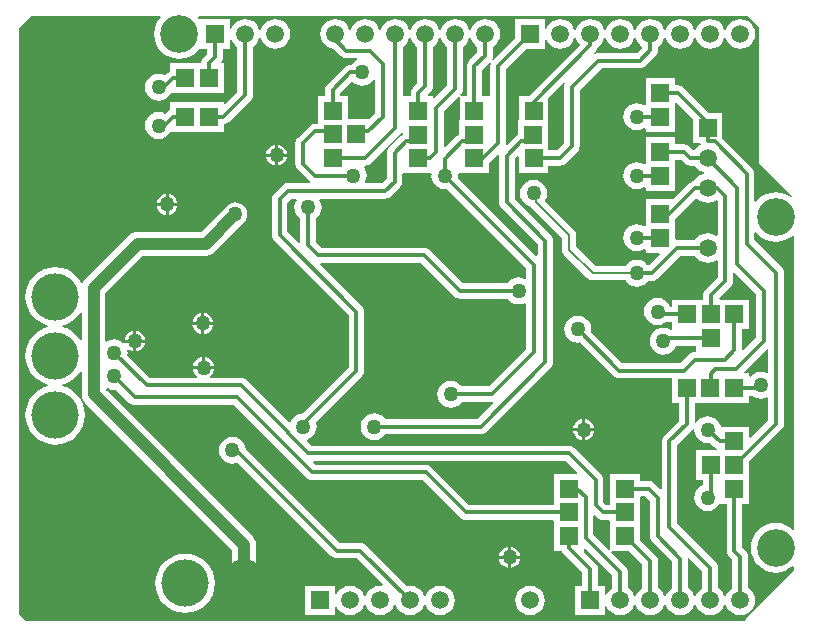
<source format=gbl>
G04*
G04 #@! TF.GenerationSoftware,Altium Limited,Altium Designer,18.0.7 (293)*
G04*
G04 Layer_Physical_Order=2*
G04 Layer_Color=16711680*
%FSLAX25Y25*%
%MOIN*%
G70*
G01*
G75*
%ADD10C,0.00787*%
%ADD41C,0.01181*%
%ADD42C,0.03937*%
%ADD46C,0.15748*%
%ADD47C,0.05906*%
%ADD48R,0.05906X0.05906*%
%ADD49R,0.05906X0.05906*%
%ADD50C,0.12598*%
%ADD51C,0.05000*%
%ADD52R,0.06000X0.06000*%
%ADD53R,0.06000X0.06000*%
G36*
X191320Y197411D02*
X191764Y196337D01*
X192553Y195309D01*
X192559Y195225D01*
X175531Y178197D01*
X172197D01*
Y170224D01*
X172098D01*
Y165392D01*
X171815Y165275D01*
X171280Y164865D01*
X168383Y161967D01*
X167909Y162200D01*
X167936Y162402D01*
Y187041D01*
X174792Y193898D01*
X180984D01*
Y196914D01*
X181484Y197013D01*
X181764Y196337D01*
X182553Y195309D01*
X183581Y194520D01*
X184778Y194024D01*
X186063Y193855D01*
X187348Y194024D01*
X188545Y194520D01*
X189573Y195309D01*
X190362Y196337D01*
X190806Y197411D01*
X190807Y197411D01*
X191319D01*
X191320Y197411D01*
D02*
G37*
G36*
X252210Y201029D02*
Y155753D01*
X263179Y144784D01*
X262843Y144413D01*
X262490Y144703D01*
X261053Y145471D01*
X259495Y145943D01*
X257874Y146103D01*
X256253Y145943D01*
X254695Y145471D01*
X253258Y144703D01*
X252000Y143670D01*
X251309Y142829D01*
X250810Y143008D01*
Y152283D01*
X250722Y152951D01*
X250464Y153574D01*
X250054Y154108D01*
X240157Y164004D01*
Y172401D01*
X235776D01*
X227219Y180959D01*
X226684Y181369D01*
X226062Y181627D01*
X225394Y181715D01*
X224457D01*
Y184102D01*
X214520D01*
Y175228D01*
X214071Y175007D01*
X213868Y175163D01*
X212781Y175613D01*
X211614Y175767D01*
X210448Y175613D01*
X209361Y175163D01*
X208427Y174447D01*
X207711Y173513D01*
X207261Y172426D01*
X207107Y171260D01*
X207261Y170093D01*
X207711Y169006D01*
X208427Y168073D01*
X209361Y167357D01*
X210448Y166906D01*
X211614Y166753D01*
X212781Y166906D01*
X213868Y167357D01*
X214071Y167513D01*
X214520Y167292D01*
Y166291D01*
X224457D01*
Y174165D01*
Y175767D01*
X224919Y175959D01*
X230315Y170562D01*
Y162559D01*
X232712D01*
X232743Y162324D01*
X232861Y162038D01*
X232754Y161779D01*
X231726Y160990D01*
X231014Y160061D01*
X230400D01*
X229187Y161274D01*
X228653Y161684D01*
X228030Y161942D01*
X227362Y162030D01*
X224457D01*
Y164417D01*
X214520D01*
Y156543D01*
Y155543D01*
X214071Y155322D01*
X213868Y155478D01*
X212781Y155928D01*
X211614Y156082D01*
X210448Y155928D01*
X209361Y155478D01*
X208427Y154762D01*
X207711Y153828D01*
X207261Y152741D01*
X207107Y151575D01*
X207261Y150408D01*
X207711Y149321D01*
X208427Y148388D01*
X209361Y147672D01*
X210448Y147221D01*
X211614Y147068D01*
X212781Y147221D01*
X213868Y147672D01*
X214071Y147828D01*
X214520Y147607D01*
Y146606D01*
X224457D01*
Y154480D01*
Y156868D01*
X226293D01*
X227505Y155655D01*
X228040Y155245D01*
X228663Y154987D01*
X229331Y154899D01*
X231014D01*
X231726Y153970D01*
X232754Y153182D01*
X233828Y152737D01*
X233828Y152736D01*
Y152224D01*
X233828Y152224D01*
X232754Y151779D01*
X231726Y150990D01*
X230999Y150043D01*
X230474Y149973D01*
X229851Y149716D01*
X229317Y149305D01*
X223759Y143748D01*
X214520D01*
Y134874D01*
X214071Y134652D01*
X213868Y134809D01*
X212781Y135259D01*
X211614Y135413D01*
X210448Y135259D01*
X209361Y134809D01*
X208427Y134092D01*
X207711Y133159D01*
X207261Y132072D01*
X207107Y130905D01*
X207261Y129739D01*
X207711Y128652D01*
X208427Y127718D01*
X209361Y127002D01*
X210448Y126552D01*
X211614Y126399D01*
X212781Y126552D01*
X213868Y127002D01*
X214071Y127158D01*
X214520Y126937D01*
Y125937D01*
X219074D01*
X219266Y125475D01*
X215686Y121895D01*
X215071Y121929D01*
X214801Y122282D01*
X213868Y122998D01*
X212781Y123448D01*
X211614Y123601D01*
X210448Y123448D01*
X209361Y122998D01*
X208427Y122282D01*
X207830Y121503D01*
X197848D01*
X191385Y127966D01*
Y131890D01*
X191201Y132811D01*
X190679Y133593D01*
X180976Y143296D01*
X181069Y143416D01*
X181519Y144503D01*
X181672Y145669D01*
X181519Y146836D01*
X181069Y147923D01*
X180352Y148856D01*
X179419Y149573D01*
X178332Y150023D01*
X177165Y150176D01*
X175999Y150023D01*
X174912Y149573D01*
X173978Y148856D01*
X173262Y147923D01*
X172812Y146836D01*
X172658Y145669D01*
X172812Y144503D01*
X173262Y143416D01*
X173978Y142482D01*
X174912Y141766D01*
X175999Y141316D01*
X176268Y141280D01*
X176447Y141014D01*
X186568Y130892D01*
Y126969D01*
X186751Y126047D01*
X187273Y125266D01*
X195147Y117391D01*
X195929Y116869D01*
X196850Y116686D01*
X207830D01*
X208427Y115908D01*
X209361Y115191D01*
X210448Y114741D01*
X211614Y114587D01*
X212781Y114741D01*
X213868Y115191D01*
X214801Y115908D01*
X215266Y116513D01*
X216535D01*
X217203Y116601D01*
X217826Y116859D01*
X218361Y117269D01*
X225990Y124899D01*
X231014D01*
X231726Y123970D01*
X232754Y123181D01*
X233951Y122686D01*
X235236Y122517D01*
X236521Y122686D01*
X237718Y123181D01*
X238112Y123484D01*
X238561Y123263D01*
Y117652D01*
X234395Y113487D01*
X233985Y112952D01*
X233727Y112329D01*
X233639Y111662D01*
Y110284D01*
X223378D01*
Y107896D01*
X222679D01*
X222407Y108553D01*
X221691Y109486D01*
X220758Y110202D01*
X219670Y110653D01*
X218504Y110806D01*
X217337Y110653D01*
X216250Y110202D01*
X215317Y109486D01*
X214601Y108553D01*
X214151Y107466D01*
X213997Y106299D01*
X214151Y105133D01*
X214601Y104046D01*
X215317Y103112D01*
X216250Y102396D01*
X217337Y101946D01*
X218504Y101792D01*
X219670Y101946D01*
X220758Y102396D01*
X221198Y102734D01*
X223378D01*
Y100490D01*
X222941Y100195D01*
X222726Y100360D01*
X221639Y100810D01*
X220472Y100964D01*
X219306Y100810D01*
X218219Y100360D01*
X217285Y99644D01*
X216569Y98710D01*
X216119Y97623D01*
X215965Y96457D01*
X216119Y95290D01*
X216569Y94203D01*
X217285Y93270D01*
X218219Y92554D01*
X219306Y92103D01*
X220472Y91950D01*
X221639Y92103D01*
X222726Y92554D01*
X223659Y93270D01*
X224376Y94203D01*
X224648Y94860D01*
X231252D01*
Y92818D01*
X230985D01*
X230317Y92730D01*
X229695Y92472D01*
X229160Y92062D01*
X226293Y89195D01*
X206778D01*
X196336Y99637D01*
X196436Y100394D01*
X196283Y101560D01*
X195832Y102647D01*
X195116Y103581D01*
X194183Y104297D01*
X193096Y104747D01*
X191929Y104901D01*
X190763Y104747D01*
X189676Y104297D01*
X188742Y103581D01*
X188026Y102647D01*
X187576Y101560D01*
X187422Y100394D01*
X187576Y99227D01*
X188026Y98140D01*
X188742Y97207D01*
X189676Y96491D01*
X190763Y96040D01*
X191929Y95887D01*
X192686Y95986D01*
X203884Y84789D01*
X204418Y84379D01*
X205041Y84121D01*
X205709Y84033D01*
X223378D01*
Y75740D01*
X225765D01*
Y69967D01*
X220616Y64817D01*
X220206Y64283D01*
X219948Y63660D01*
X219860Y62992D01*
Y47239D01*
X219398Y47048D01*
X217376Y49069D01*
X216842Y49480D01*
X216219Y49738D01*
X215551Y49825D01*
X212646D01*
Y52213D01*
X202709D01*
Y42276D01*
X202343Y41951D01*
X201266D01*
X200416Y42801D01*
Y50197D01*
X200328Y50865D01*
X200070Y51487D01*
X199660Y52022D01*
X190802Y60880D01*
X190267Y61290D01*
X189644Y61548D01*
X188976Y61636D01*
X103166D01*
X101705Y63098D01*
X101836Y63674D01*
X102647Y64010D01*
X103581Y64726D01*
X104297Y65660D01*
X104747Y66747D01*
X104901Y67913D01*
X104747Y69080D01*
X104595Y69448D01*
X119935Y84789D01*
X120346Y85324D01*
X120603Y85946D01*
X120691Y86614D01*
Y106299D01*
X120603Y106967D01*
X120346Y107590D01*
X119935Y108124D01*
X106103Y121957D01*
X106294Y122419D01*
X139679D01*
X150734Y111364D01*
X151268Y110954D01*
X151891Y110696D01*
X152559Y110608D01*
X168592D01*
X169057Y110002D01*
X169991Y109286D01*
X171078Y108835D01*
X172244Y108682D01*
X173411Y108835D01*
X174222Y109172D01*
X174722Y108857D01*
Y93727D01*
X162317Y81321D01*
X153258D01*
X152793Y81927D01*
X151860Y82643D01*
X150773Y83094D01*
X149606Y83247D01*
X148440Y83094D01*
X147353Y82643D01*
X146419Y81927D01*
X145703Y80994D01*
X145253Y79907D01*
X145099Y78740D01*
X145253Y77574D01*
X145703Y76487D01*
X146419Y75553D01*
X147353Y74837D01*
X148440Y74387D01*
X149606Y74233D01*
X150773Y74387D01*
X151860Y74837D01*
X152793Y75553D01*
X153258Y76159D01*
X163386D01*
X163557Y76182D01*
X163790Y75708D01*
X158577Y70495D01*
X127668D01*
X127203Y71100D01*
X126269Y71817D01*
X125182Y72267D01*
X124016Y72421D01*
X122849Y72267D01*
X121762Y71817D01*
X120829Y71100D01*
X120113Y70167D01*
X119662Y69080D01*
X119509Y67913D01*
X119662Y66747D01*
X120113Y65660D01*
X120829Y64726D01*
X121762Y64010D01*
X122849Y63560D01*
X124016Y63406D01*
X125182Y63560D01*
X126269Y64010D01*
X127203Y64726D01*
X127668Y65332D01*
X159646D01*
X160314Y65420D01*
X160936Y65678D01*
X161471Y66088D01*
X182928Y87545D01*
X183338Y88079D01*
X183596Y88702D01*
X183684Y89370D01*
Y129921D01*
X183596Y130589D01*
X183338Y131212D01*
X182928Y131746D01*
X170888Y143786D01*
Y157172D01*
X171735Y158019D01*
X172197Y157827D01*
Y152512D01*
X182134D01*
Y154899D01*
X186024D01*
X186692Y154987D01*
X187314Y155245D01*
X187849Y155655D01*
X191786Y159592D01*
X192196Y160127D01*
X192454Y160749D01*
X192542Y161417D01*
Y180033D01*
X199888Y187380D01*
X212598D01*
X213266Y187468D01*
X213889Y187725D01*
X214424Y188136D01*
X217888Y191600D01*
X218298Y192135D01*
X218556Y192757D01*
X218644Y193425D01*
Y194596D01*
X219573Y195309D01*
X220362Y196337D01*
X220806Y197411D01*
X220807Y197411D01*
X221319D01*
X221320Y197411D01*
X221764Y196337D01*
X222553Y195309D01*
X223581Y194520D01*
X224778Y194024D01*
X226063Y193855D01*
X227348Y194024D01*
X228545Y194520D01*
X229573Y195309D01*
X230362Y196337D01*
X230806Y197411D01*
X230807Y197411D01*
X231319D01*
X231320Y197411D01*
X231764Y196337D01*
X232553Y195309D01*
X233581Y194520D01*
X234778Y194024D01*
X236063Y193855D01*
X237348Y194024D01*
X238545Y194520D01*
X239573Y195309D01*
X240362Y196337D01*
X240806Y197411D01*
X240807Y197411D01*
X241319D01*
X241320Y197411D01*
X241764Y196337D01*
X242553Y195309D01*
X243581Y194520D01*
X244778Y194024D01*
X246063Y193855D01*
X247348Y194024D01*
X248545Y194520D01*
X249573Y195309D01*
X250362Y196337D01*
X250858Y197534D01*
X251027Y198819D01*
X250858Y200104D01*
X250362Y201301D01*
X249573Y202329D01*
X248545Y203118D01*
X247348Y203613D01*
X246063Y203783D01*
X244778Y203613D01*
X243581Y203118D01*
X242553Y202329D01*
X241764Y201301D01*
X241320Y200227D01*
X241319Y200227D01*
X240807D01*
X240806Y200227D01*
X240362Y201301D01*
X239573Y202329D01*
X238545Y203118D01*
X237348Y203613D01*
X236063Y203783D01*
X234778Y203613D01*
X233581Y203118D01*
X232553Y202329D01*
X231764Y201301D01*
X231320Y200227D01*
X231319Y200227D01*
X230807D01*
X230806Y200227D01*
X230362Y201301D01*
X229573Y202329D01*
X228545Y203118D01*
X227348Y203613D01*
X226063Y203783D01*
X224778Y203613D01*
X223581Y203118D01*
X222553Y202329D01*
X221764Y201301D01*
X221320Y200227D01*
X221319Y200227D01*
X220807D01*
X220806Y200227D01*
X220362Y201301D01*
X219573Y202329D01*
X218545Y203118D01*
X217348Y203613D01*
X216063Y203783D01*
X214778Y203613D01*
X213581Y203118D01*
X212553Y202329D01*
X211764Y201301D01*
X211320Y200227D01*
X211319Y200227D01*
X210807D01*
X210806Y200227D01*
X210362Y201301D01*
X209573Y202329D01*
X208545Y203118D01*
X207348Y203613D01*
X206063Y203783D01*
X204778Y203613D01*
X203581Y203118D01*
X202553Y202329D01*
X201764Y201301D01*
X201320Y200227D01*
X201319Y200227D01*
X200807D01*
X200806Y200227D01*
X200362Y201301D01*
X199573Y202329D01*
X198545Y203118D01*
X197348Y203613D01*
X196063Y203783D01*
X194778Y203613D01*
X193581Y203118D01*
X192553Y202329D01*
X191764Y201301D01*
X191320Y200227D01*
X191319Y200227D01*
X190807D01*
X190806Y200227D01*
X190362Y201301D01*
X189573Y202329D01*
X188545Y203118D01*
X187348Y203613D01*
X186063Y203783D01*
X184778Y203613D01*
X183581Y203118D01*
X182553Y202329D01*
X181764Y201301D01*
X181484Y200625D01*
X180984Y200724D01*
Y203740D01*
X171142D01*
Y197548D01*
X163812Y190218D01*
X163388Y190502D01*
X163556Y190907D01*
X163644Y191575D01*
Y194596D01*
X164573Y195309D01*
X165362Y196337D01*
X165858Y197534D01*
X166027Y198819D01*
X165858Y200104D01*
X165362Y201301D01*
X164573Y202329D01*
X163545Y203118D01*
X162348Y203613D01*
X161063Y203783D01*
X159778Y203613D01*
X158581Y203118D01*
X157553Y202329D01*
X156764Y201301D01*
X156320Y200227D01*
X156319Y200227D01*
X155807D01*
X155806Y200227D01*
X155362Y201301D01*
X154573Y202329D01*
X153545Y203118D01*
X152348Y203613D01*
X151063Y203783D01*
X149778Y203613D01*
X148581Y203118D01*
X147553Y202329D01*
X146764Y201301D01*
X146320Y200227D01*
X146319Y200227D01*
X145807D01*
X145806Y200227D01*
X145362Y201301D01*
X144573Y202329D01*
X143545Y203118D01*
X142348Y203613D01*
X141063Y203783D01*
X139778Y203613D01*
X138581Y203118D01*
X137553Y202329D01*
X136764Y201301D01*
X136320Y200227D01*
X136319Y200227D01*
X135807D01*
X135806Y200227D01*
X135362Y201301D01*
X134573Y202329D01*
X133545Y203118D01*
X132348Y203613D01*
X131063Y203783D01*
X129778Y203613D01*
X128581Y203118D01*
X127553Y202329D01*
X126764Y201301D01*
X126320Y200227D01*
X126319Y200227D01*
X125807D01*
X125806Y200227D01*
X125362Y201301D01*
X124573Y202329D01*
X123545Y203118D01*
X122348Y203613D01*
X121063Y203783D01*
X119778Y203613D01*
X118581Y203118D01*
X117553Y202329D01*
X116764Y201301D01*
X116320Y200227D01*
X116319Y200227D01*
X115807D01*
X115806Y200227D01*
X115362Y201301D01*
X114573Y202329D01*
X113545Y203118D01*
X112348Y203613D01*
X111063Y203783D01*
X109778Y203613D01*
X108581Y203118D01*
X107553Y202329D01*
X106764Y201301D01*
X106268Y200104D01*
X106099Y198819D01*
X106268Y197534D01*
X106764Y196337D01*
X107553Y195309D01*
X108581Y194520D01*
X109778Y194024D01*
X110490Y193931D01*
X112968Y191452D01*
X113503Y191042D01*
X114125Y190784D01*
X114793Y190696D01*
X118376D01*
X118476Y190196D01*
X117825Y189927D01*
X116892Y189211D01*
X116427Y188605D01*
X116142D01*
X115474Y188517D01*
X114851Y188259D01*
X114317Y187849D01*
X108411Y181943D01*
X108001Y181409D01*
X107743Y180786D01*
X107655Y180118D01*
Y178197D01*
X105268D01*
Y168920D01*
X104331D01*
X103663Y168832D01*
X103040Y168574D01*
X102506Y168164D01*
X98569Y164227D01*
X98158Y163692D01*
X97900Y163070D01*
X97813Y162402D01*
Y155512D01*
X97900Y154844D01*
X98158Y154221D01*
X98569Y153687D01*
X102506Y149750D01*
X102705Y149597D01*
X102535Y149097D01*
X95335D01*
X94667Y149009D01*
X94044Y148751D01*
X93510Y148341D01*
X90695Y145526D01*
X90284Y144991D01*
X90026Y144369D01*
X89939Y143701D01*
Y131890D01*
X90026Y131222D01*
X90284Y130599D01*
X90695Y130065D01*
X115529Y105230D01*
Y87683D01*
X100247Y72401D01*
X99227Y72267D01*
X98140Y71817D01*
X97207Y71100D01*
X96491Y70167D01*
X96232Y69543D01*
X95642Y69425D01*
X81550Y83518D01*
X81015Y83928D01*
X80392Y84186D01*
X79724Y84274D01*
X69414D01*
X69244Y84774D01*
X69671Y85102D01*
X70232Y85833D01*
X70585Y86685D01*
X70640Y87098D01*
X63711D01*
X63765Y86685D01*
X64118Y85833D01*
X64679Y85102D01*
X65107Y84774D01*
X64937Y84274D01*
X49297D01*
X41809Y91763D01*
X41909Y92520D01*
X41803Y93324D01*
X42271Y93595D01*
X42526Y93400D01*
X43378Y93047D01*
X43791Y92992D01*
Y95957D01*
X40418D01*
X40329Y95906D01*
X39655Y96423D01*
X38568Y96873D01*
X37402Y97027D01*
X36235Y96873D01*
X35148Y96423D01*
X34931Y96257D01*
X34483Y96478D01*
Y112528D01*
X46920Y124966D01*
X67913D01*
X68941Y125101D01*
X69899Y125498D01*
X70721Y126129D01*
X80564Y135972D01*
X81195Y136794D01*
X81592Y137752D01*
X81727Y138779D01*
X81592Y139807D01*
X81195Y140765D01*
X80564Y141587D01*
X79741Y142218D01*
X78784Y142615D01*
X77756Y142751D01*
X76728Y142615D01*
X75770Y142218D01*
X74948Y141587D01*
X66269Y132908D01*
X45276D01*
X44248Y132773D01*
X43290Y132376D01*
X42468Y131745D01*
X27704Y116981D01*
X27073Y116159D01*
X26932Y115818D01*
X26432Y115794D01*
X25940Y116715D01*
X24710Y118214D01*
X23211Y119444D01*
X21501Y120358D01*
X19646Y120921D01*
X17717Y121111D01*
X15787Y120921D01*
X13932Y120358D01*
X12222Y119444D01*
X10723Y118214D01*
X9493Y116715D01*
X8579Y115005D01*
X8016Y113150D01*
X8016Y113148D01*
X7826Y111221D01*
X8016Y109291D01*
X8579Y107436D01*
X9493Y105726D01*
X10723Y104227D01*
X12222Y102997D01*
X13932Y102083D01*
X15395Y101639D01*
Y101117D01*
X13932Y100673D01*
X12222Y99759D01*
X10723Y98529D01*
X9493Y97030D01*
X8579Y95320D01*
X8016Y93465D01*
X8016Y93463D01*
X7826Y91535D01*
X8016Y89606D01*
X8579Y87751D01*
X9493Y86041D01*
X10723Y84542D01*
X12222Y83312D01*
X13932Y82398D01*
X15395Y81954D01*
Y81432D01*
X13932Y80988D01*
X12222Y80074D01*
X10723Y78844D01*
X9493Y77345D01*
X8579Y75635D01*
X8016Y73780D01*
X8016Y73778D01*
X7826Y71850D01*
X8016Y69921D01*
X8579Y68066D01*
X9493Y66356D01*
X10723Y64857D01*
X12222Y63627D01*
X13932Y62713D01*
X15787Y62150D01*
X17717Y61960D01*
X19646Y62150D01*
X21501Y62713D01*
X23211Y63627D01*
X24710Y64857D01*
X25940Y66356D01*
X26854Y68066D01*
X27417Y69921D01*
X27607Y71850D01*
X27417Y73780D01*
X26854Y75635D01*
X25940Y77345D01*
X24710Y78844D01*
X23211Y80074D01*
X21501Y80988D01*
X20038Y81432D01*
Y81954D01*
X21501Y82398D01*
X23211Y83312D01*
X24710Y84542D01*
X25940Y86041D01*
X26056Y86258D01*
X26541Y86136D01*
Y78740D01*
X26676Y77712D01*
X27073Y76755D01*
X27704Y75932D01*
X76738Y26899D01*
Y15748D01*
X76873Y14720D01*
X77270Y13762D01*
X77901Y12940D01*
X78723Y12309D01*
X79681Y11912D01*
X80709Y11777D01*
X81736Y11912D01*
X82694Y12309D01*
X83517Y12940D01*
X84148Y13762D01*
X84544Y14720D01*
X84680Y15748D01*
Y28543D01*
X84544Y29571D01*
X84148Y30529D01*
X83517Y31351D01*
X34633Y80235D01*
X34663Y80484D01*
X35094Y80714D01*
X35195Y80723D01*
X36235Y80292D01*
X37402Y80139D01*
X38159Y80238D01*
X42466Y75931D01*
X43001Y75521D01*
X43623Y75263D01*
X44291Y75175D01*
X77173D01*
X101527Y50821D01*
X102061Y50411D01*
X102684Y50153D01*
X103352Y50065D01*
X140182Y50065D01*
X152702Y37545D01*
X153237Y37135D01*
X153859Y36877D01*
X154527Y36789D01*
X183642D01*
X184008Y36465D01*
Y26528D01*
X186634D01*
X186741Y26269D01*
X187151Y25734D01*
X193482Y19403D01*
Y14921D01*
X191142D01*
Y5079D01*
X200984D01*
Y8095D01*
X201484Y8194D01*
X201764Y7518D01*
X202553Y6490D01*
X203581Y5701D01*
X204778Y5205D01*
X206063Y5036D01*
X207348Y5205D01*
X208545Y5701D01*
X209573Y6490D01*
X210362Y7518D01*
X210806Y8592D01*
X210807Y8592D01*
X211319D01*
X211320Y8592D01*
X211764Y7518D01*
X212553Y6490D01*
X213581Y5701D01*
X214778Y5205D01*
X216063Y5036D01*
X217348Y5205D01*
X218545Y5701D01*
X219573Y6490D01*
X220362Y7518D01*
X220806Y8592D01*
X220807Y8592D01*
X221319D01*
X221320Y8592D01*
X221764Y7518D01*
X222553Y6490D01*
X223581Y5701D01*
X224778Y5205D01*
X226063Y5036D01*
X227348Y5205D01*
X228545Y5701D01*
X229573Y6490D01*
X230362Y7518D01*
X230806Y8592D01*
X230807Y8592D01*
X231319D01*
X231320Y8592D01*
X231764Y7518D01*
X232553Y6490D01*
X233581Y5701D01*
X234778Y5205D01*
X236063Y5036D01*
X237348Y5205D01*
X238545Y5701D01*
X239573Y6490D01*
X240362Y7518D01*
X240806Y8592D01*
X240807Y8592D01*
X241319D01*
X241320Y8592D01*
X241764Y7518D01*
X242553Y6490D01*
X243581Y5701D01*
X244778Y5205D01*
X246063Y5036D01*
X247348Y5205D01*
X248545Y5701D01*
X249573Y6490D01*
X250362Y7518D01*
X250858Y8715D01*
X251027Y10000D01*
X250858Y11285D01*
X250362Y12482D01*
X249573Y13510D01*
X248644Y14222D01*
Y24606D01*
X248556Y25274D01*
X248298Y25897D01*
X247888Y26431D01*
X246676Y27644D01*
Y42276D01*
X249063D01*
Y50150D01*
Y56362D01*
X259837Y67136D01*
X260247Y67670D01*
X260505Y68293D01*
X260593Y68961D01*
Y119154D01*
X260505Y119822D01*
X260247Y120444D01*
X259837Y120979D01*
X250810Y130006D01*
Y132583D01*
X251309Y132762D01*
X252000Y131921D01*
X253258Y130888D01*
X254695Y130120D01*
X256253Y129647D01*
X257874Y129488D01*
X259495Y129647D01*
X261053Y130120D01*
X262490Y130888D01*
X262991Y131300D01*
X263280Y131536D01*
X263521Y131734D01*
X264021Y131498D01*
Y33857D01*
X263521Y33620D01*
X262490Y34467D01*
X261053Y35234D01*
X259495Y35707D01*
X257874Y35867D01*
X256253Y35707D01*
X254695Y35234D01*
X253258Y34467D01*
X252000Y33434D01*
X250966Y32175D01*
X250199Y30738D01*
X249726Y29180D01*
X249566Y27559D01*
X249726Y25938D01*
X250199Y24380D01*
X250966Y22944D01*
X252000Y21685D01*
X253258Y20652D01*
X254695Y19884D01*
X256253Y19411D01*
X257874Y19251D01*
X259495Y19411D01*
X261053Y19884D01*
X262490Y20652D01*
X263521Y21498D01*
X264021Y21261D01*
Y19926D01*
X263779Y19685D01*
Y19685D01*
X248031Y3937D01*
X248031D01*
X247289Y3194D01*
X8115D01*
X5789Y5520D01*
Y200671D01*
X9843Y204724D01*
X52595Y204768D01*
X52831Y204268D01*
X52796Y204224D01*
X52398Y203740D01*
X52148Y203434D01*
X51380Y201998D01*
X50907Y200440D01*
X50747Y198819D01*
X50907Y197198D01*
X51380Y195640D01*
X52148Y194203D01*
X53181Y192945D01*
X54440Y191911D01*
X55876Y191144D01*
X57434Y190671D01*
X59055Y190511D01*
X60676Y190671D01*
X62234Y191144D01*
X63671Y191911D01*
X64929Y192945D01*
X65664Y193840D01*
X66142Y193898D01*
Y193898D01*
X66142Y193898D01*
X68482D01*
Y192211D01*
X67073Y190802D01*
X66662Y190267D01*
X66405Y189645D01*
X66323Y189024D01*
X56055D01*
Y186398D01*
X55796Y186291D01*
X55261Y185880D01*
X54396Y185015D01*
X53332Y185456D01*
X52165Y185609D01*
X50999Y185456D01*
X49912Y185006D01*
X48978Y184289D01*
X48262Y183356D01*
X47812Y182269D01*
X47658Y181102D01*
X47812Y179936D01*
X48262Y178849D01*
X48978Y177915D01*
X49912Y177199D01*
X50999Y176749D01*
X52165Y176595D01*
X53332Y176749D01*
X54419Y177199D01*
X55352Y177915D01*
X56069Y178849D01*
X56167Y179087D01*
X73866D01*
Y189024D01*
X73294D01*
X73047Y189524D01*
X73298Y189851D01*
X73556Y190474D01*
X73644Y191142D01*
Y193898D01*
X75984D01*
Y196914D01*
X76484Y197013D01*
X76764Y196337D01*
X77553Y195309D01*
X78482Y194596D01*
Y179573D01*
X74328Y175419D01*
X73866Y175611D01*
Y176228D01*
X56055D01*
Y173602D01*
X55796Y173495D01*
X55261Y173085D01*
X54396Y172220D01*
X53332Y172661D01*
X52165Y172814D01*
X50999Y172661D01*
X49912Y172210D01*
X48978Y171494D01*
X48262Y170561D01*
X47812Y169474D01*
X47658Y168307D01*
X47812Y167141D01*
X48262Y166054D01*
X48978Y165120D01*
X49912Y164404D01*
X50999Y163954D01*
X51347Y163908D01*
X51497Y163845D01*
X52165Y163758D01*
X52833Y163845D01*
X52984Y163908D01*
X53332Y163954D01*
X54419Y164404D01*
X55352Y165120D01*
X56069Y166054D01*
X56167Y166291D01*
X73866D01*
Y168685D01*
X74487Y168767D01*
X75109Y169025D01*
X75644Y169435D01*
X82888Y176679D01*
X83298Y177213D01*
X83556Y177836D01*
X83644Y178504D01*
Y194596D01*
X84573Y195309D01*
X85362Y196337D01*
X85806Y197411D01*
X85807Y197411D01*
X86319D01*
X86320Y197411D01*
X86764Y196337D01*
X87553Y195309D01*
X88581Y194520D01*
X89778Y194024D01*
X91063Y193855D01*
X92348Y194024D01*
X93545Y194520D01*
X94573Y195309D01*
X95362Y196337D01*
X95858Y197534D01*
X96027Y198819D01*
X95858Y200104D01*
X95362Y201301D01*
X94573Y202329D01*
X93545Y203118D01*
X92348Y203613D01*
X91063Y203783D01*
X89778Y203613D01*
X88581Y203118D01*
X87553Y202329D01*
X86764Y201301D01*
X86320Y200227D01*
X86319Y200227D01*
X85807D01*
X85806Y200227D01*
X85362Y201301D01*
X84573Y202329D01*
X83545Y203118D01*
X82348Y203613D01*
X81063Y203783D01*
X79778Y203613D01*
X78581Y203118D01*
X77553Y202329D01*
X76764Y201301D01*
X76484Y200625D01*
X75984Y200724D01*
Y203740D01*
X66142D01*
X66142Y203740D01*
Y203740D01*
X65651Y203814D01*
X65314Y204224D01*
X65268Y204280D01*
X65505Y204781D01*
X248273Y204966D01*
X252210Y201029D01*
D02*
G37*
G36*
X201320Y197411D02*
X201764Y196337D01*
X202553Y195309D01*
X203581Y194520D01*
X204778Y194024D01*
X206063Y193855D01*
X207348Y194024D01*
X208545Y194520D01*
X209573Y195309D01*
X210362Y196337D01*
X210806Y197411D01*
X210807Y197411D01*
X211319D01*
X211320Y197411D01*
X211764Y196337D01*
X212553Y195309D01*
X213145Y194855D01*
X213185Y194198D01*
X211529Y192542D01*
X198819D01*
X198151Y192454D01*
X197528Y192196D01*
X197228Y192594D01*
X197888Y193254D01*
X198298Y193788D01*
X198556Y194411D01*
X198574Y194542D01*
X199573Y195309D01*
X200362Y196337D01*
X200806Y197411D01*
X200807Y197411D01*
X201319D01*
X201320Y197411D01*
D02*
G37*
G36*
X124387Y183498D02*
Y172329D01*
X122381Y170323D01*
X115205D01*
Y178197D01*
X112817D01*
Y179049D01*
X116623Y182854D01*
X116892Y182837D01*
X117825Y182120D01*
X118912Y181670D01*
X120079Y181517D01*
X121245Y181670D01*
X122332Y182120D01*
X123266Y182837D01*
X123887Y183647D01*
X124387Y183498D01*
D02*
G37*
G36*
X163029Y189183D02*
X162861Y188778D01*
X162773Y188110D01*
Y178562D01*
X162449Y178197D01*
X160061D01*
Y186923D01*
X162605Y189467D01*
X163029Y189183D01*
D02*
G37*
G36*
X156320Y197411D02*
X156764Y196337D01*
X157553Y195309D01*
X158482Y194596D01*
Y192644D01*
X155655Y189817D01*
X155245Y189283D01*
X154987Y188660D01*
X154899Y187992D01*
Y178197D01*
X153027D01*
X152820Y178697D01*
X152888Y178765D01*
X153298Y179300D01*
X153556Y179923D01*
X153644Y180591D01*
Y194596D01*
X154573Y195309D01*
X155362Y196337D01*
X155806Y197411D01*
X155807Y197411D01*
X156319D01*
X156320Y197411D01*
D02*
G37*
G36*
X136320D02*
X136764Y196337D01*
X137553Y195309D01*
X138482Y194596D01*
Y182486D01*
X136954Y180959D01*
X136544Y180424D01*
X136286Y179802D01*
X136198Y179134D01*
Y178197D01*
X133811D01*
X133644Y178628D01*
Y194596D01*
X134573Y195309D01*
X135362Y196337D01*
X135806Y197411D01*
X135807Y197411D01*
X136319D01*
X136320Y197411D01*
D02*
G37*
G36*
X146320D02*
X146764Y196337D01*
X147553Y195309D01*
X148482Y194596D01*
Y181660D01*
X144210Y177388D01*
X143748Y177579D01*
Y178197D01*
X142146D01*
X141955Y178659D01*
X142888Y179592D01*
X143298Y180127D01*
X143556Y180749D01*
X143644Y181417D01*
Y194596D01*
X144573Y195309D01*
X145362Y196337D01*
X145806Y197411D01*
X145807Y197411D01*
X146319D01*
X146320Y197411D01*
D02*
G37*
G36*
X152512Y177682D02*
Y170224D01*
X152413D01*
Y165392D01*
X152130Y165275D01*
X151595Y164865D01*
X147728Y160998D01*
X147266Y161189D01*
Y173143D01*
X152012Y177889D01*
X152512Y177682D01*
D02*
G37*
G36*
X187725Y182393D02*
X187468Y181770D01*
X187380Y181102D01*
Y162487D01*
X184955Y160062D01*
X182134D01*
Y162449D01*
X182035D01*
Y168260D01*
X182134D01*
Y177499D01*
X187327Y182693D01*
X187725Y182393D01*
D02*
G37*
G36*
X133712Y165951D02*
X133713Y165951D01*
Y165392D01*
X133429Y165275D01*
X132894Y164864D01*
X129080Y161050D01*
X128670Y160516D01*
X128412Y159893D01*
X128324Y159225D01*
Y150675D01*
X126746Y149097D01*
X121458D01*
X121143Y149597D01*
X121479Y150408D01*
X121633Y151575D01*
X121479Y152741D01*
X121029Y153828D01*
X120591Y154399D01*
X120838Y154899D01*
X121063D01*
X121731Y154987D01*
X122353Y155245D01*
X122888Y155655D01*
X132888Y165655D01*
X133213Y166078D01*
X133712Y165951D01*
D02*
G37*
G36*
X231726Y143970D02*
X232754Y143182D01*
X233951Y142686D01*
X235236Y142517D01*
X236521Y142686D01*
X237718Y143182D01*
X238061Y143444D01*
X238561Y143198D01*
Y131698D01*
X238112Y131476D01*
X237718Y131779D01*
X236521Y132275D01*
X235236Y132444D01*
X233951Y132275D01*
X232754Y131779D01*
X231726Y130990D01*
X231014Y130061D01*
X224921D01*
X224833Y130050D01*
X224457Y130379D01*
Y133811D01*
Y137145D01*
X231309Y143998D01*
X231726Y143970D01*
D02*
G37*
G36*
X98275Y143486D02*
X98097Y143254D01*
X97646Y142166D01*
X97493Y141000D01*
X97646Y139833D01*
X98097Y138747D01*
X98813Y137813D01*
X99419Y137348D01*
Y129294D01*
X98957Y129103D01*
X95101Y132959D01*
Y142632D01*
X96404Y143935D01*
X98054D01*
X98275Y143486D01*
D02*
G37*
G36*
X165752Y158442D02*
X165726Y158241D01*
Y142717D01*
X165814Y142049D01*
X166072Y141426D01*
X166482Y140891D01*
X178521Y128852D01*
Y124995D01*
X178059Y124804D01*
X152045Y150818D01*
X152145Y151575D01*
X152074Y152115D01*
X152390Y152503D01*
X152526Y152512D01*
X162449D01*
Y155846D01*
X165279Y158676D01*
X165752Y158442D01*
D02*
G37*
G36*
X143205Y152136D02*
X143131Y151575D01*
X143284Y150408D01*
X143735Y149321D01*
X144451Y148388D01*
X145384Y147672D01*
X146471Y147221D01*
X147638Y147068D01*
X148395Y147167D01*
X174722Y120840D01*
Y117521D01*
X174222Y117206D01*
X173411Y117543D01*
X172244Y117696D01*
X171078Y117543D01*
X169991Y117092D01*
X169057Y116376D01*
X168592Y115770D01*
X153628D01*
X142573Y126825D01*
X142039Y127235D01*
X141416Y127493D01*
X140748Y127581D01*
X106384D01*
X104581Y129384D01*
Y137348D01*
X105187Y137813D01*
X105903Y138747D01*
X106353Y139833D01*
X106507Y141000D01*
X106353Y142166D01*
X105903Y143254D01*
X105725Y143486D01*
X105946Y143935D01*
X127815D01*
X128483Y144023D01*
X129105Y144280D01*
X129640Y144691D01*
X132731Y147781D01*
X133141Y148316D01*
X133399Y148938D01*
X133487Y149606D01*
Y152146D01*
X133811Y152512D01*
X142875D01*
X143205Y152136D01*
D02*
G37*
G36*
X26541Y105821D02*
Y96935D01*
X26056Y96813D01*
X25940Y97030D01*
X24710Y98529D01*
X23211Y99759D01*
X21501Y100673D01*
X20038Y101117D01*
Y101639D01*
X21501Y102083D01*
X23211Y102997D01*
X24710Y104227D01*
X25940Y105726D01*
X26056Y105943D01*
X26541Y105821D01*
D02*
G37*
G36*
X251356Y112120D02*
Y97526D01*
X247157Y93327D01*
X246783Y93464D01*
X246676Y93553D01*
Y100347D01*
X249063D01*
Y110284D01*
X239200D01*
X238993Y110784D01*
X242967Y114758D01*
X243377Y115292D01*
X243635Y115915D01*
X243723Y116583D01*
Y119100D01*
X244185Y119291D01*
X251356Y112120D01*
D02*
G37*
G36*
X255431Y93647D02*
Y86025D01*
X254931Y85710D01*
X254119Y86046D01*
X252953Y86200D01*
X251786Y86046D01*
X250699Y85596D01*
X249766Y84880D01*
X249536Y84581D01*
X249063Y84742D01*
Y85677D01*
X247461D01*
X247270Y86139D01*
X254969Y93838D01*
X255431Y93647D01*
D02*
G37*
G36*
X250699Y77790D02*
X251786Y77339D01*
X252953Y77186D01*
X254119Y77339D01*
X254931Y77675D01*
X255431Y77361D01*
Y70030D01*
X249525Y64124D01*
X249063Y64315D01*
Y67961D01*
X239608D01*
X239590Y68096D01*
X239139Y69183D01*
X238423Y70116D01*
X237490Y70832D01*
X236403Y71283D01*
X235236Y71436D01*
X234070Y71283D01*
X232983Y70832D01*
X232049Y70116D01*
X231428Y69306D01*
X230928Y69454D01*
Y75740D01*
X233315D01*
Y75839D01*
X239126D01*
Y75740D01*
X249063D01*
Y78127D01*
X250259D01*
X250699Y77790D01*
D02*
G37*
G36*
X191707Y52675D02*
X191515Y52213D01*
X184008D01*
Y42276D01*
X183642Y41951D01*
X155597D01*
X143076Y54472D01*
X142542Y54882D01*
X141919Y55140D01*
X141251Y55228D01*
X104421Y55228D01*
X103637Y56012D01*
X103828Y56474D01*
X187907D01*
X191707Y52675D01*
D02*
G37*
G36*
X198372Y37545D02*
X198906Y37135D01*
X199529Y36877D01*
X200197Y36789D01*
X202343D01*
X202709Y36465D01*
Y27042D01*
X202209Y26835D01*
X197116Y31927D01*
Y38147D01*
X197578Y38338D01*
X198372Y37545D01*
D02*
G37*
G36*
X203482Y18261D02*
Y14223D01*
X202553Y13510D01*
X201764Y12482D01*
X201484Y11806D01*
X200984Y11905D01*
Y14921D01*
X198644D01*
Y20472D01*
X198556Y21140D01*
X198298Y21763D01*
X197888Y22298D01*
X194107Y26079D01*
X193945Y26528D01*
X193945D01*
X193945Y26528D01*
Y27145D01*
X194407Y27336D01*
X203482Y18261D01*
D02*
G37*
G36*
X230737Y66988D02*
X230729Y66929D01*
X230883Y65763D01*
X231333Y64676D01*
X232049Y63742D01*
X232983Y63026D01*
X234070Y62576D01*
X235236Y62422D01*
X235993Y62522D01*
X237348Y61167D01*
X237883Y60757D01*
X238323Y60575D01*
X238194Y60087D01*
X231252D01*
Y50150D01*
X233639D01*
Y48467D01*
X232983Y48195D01*
X232049Y47478D01*
X231333Y46545D01*
X230883Y45458D01*
X230729Y44291D01*
X230883Y43125D01*
X231333Y42038D01*
X232049Y41104D01*
X232983Y40388D01*
X234070Y39938D01*
X235236Y39784D01*
X236403Y39938D01*
X237490Y40388D01*
X238423Y41104D01*
X239139Y42038D01*
X239238Y42276D01*
X241513D01*
Y26575D01*
X241601Y25907D01*
X241859Y25284D01*
X242269Y24750D01*
X243482Y23537D01*
Y14223D01*
X242553Y13510D01*
X241764Y12482D01*
X241320Y11408D01*
X241319Y11408D01*
X240807D01*
X240806Y11408D01*
X240362Y12482D01*
X239573Y13510D01*
X238644Y14222D01*
Y20827D01*
X238556Y21495D01*
X238298Y22117D01*
X237888Y22652D01*
X225022Y35518D01*
Y61923D01*
X230172Y67072D01*
X230259Y67186D01*
X230737Y66988D01*
D02*
G37*
G36*
X233482Y19758D02*
Y14223D01*
X232553Y13510D01*
X231764Y12482D01*
X231320Y11408D01*
X231319Y11408D01*
X230807D01*
X230806Y11408D01*
X230362Y12482D01*
X229573Y13510D01*
X228644Y14222D01*
Y23888D01*
X228752Y23977D01*
X229125Y24114D01*
X233482Y19758D01*
D02*
G37*
G36*
X215923Y43222D02*
Y31496D01*
X216011Y30828D01*
X216269Y30206D01*
X216679Y29671D01*
X223482Y22868D01*
Y14223D01*
X222553Y13510D01*
X221764Y12482D01*
X221320Y11408D01*
X221319Y11408D01*
X220807D01*
X220806Y11408D01*
X220362Y12482D01*
X219573Y13510D01*
X218644Y14222D01*
Y23110D01*
X218556Y23778D01*
X218298Y24401D01*
X217888Y24935D01*
X212646Y30178D01*
Y34500D01*
X212744D01*
Y44437D01*
X213150Y44663D01*
X214482D01*
X215923Y43222D01*
D02*
G37*
G36*
X213482Y22041D02*
Y14223D01*
X212553Y13510D01*
X211764Y12482D01*
X211320Y11408D01*
X211319Y11408D01*
X210807D01*
X210806Y11408D01*
X210362Y12482D01*
X209573Y13510D01*
X208644Y14222D01*
Y19331D01*
X208556Y19999D01*
X208298Y20621D01*
X207888Y21156D01*
X203016Y26028D01*
X203223Y26528D01*
X208995D01*
X213482Y22041D01*
D02*
G37*
%LPC*%
G36*
X92035Y161929D02*
Y158965D01*
X95000D01*
X94945Y159378D01*
X94593Y160230D01*
X94032Y160961D01*
X93300Y161522D01*
X92449Y161874D01*
X92035Y161929D01*
D02*
G37*
G36*
X91035D02*
X90622Y161874D01*
X89770Y161522D01*
X89039Y160961D01*
X88478Y160230D01*
X88125Y159378D01*
X88071Y158965D01*
X91035D01*
Y161929D01*
D02*
G37*
G36*
X95000Y157965D02*
X92035D01*
Y155000D01*
X92449Y155055D01*
X93300Y155407D01*
X94032Y155968D01*
X94593Y156700D01*
X94945Y157551D01*
X95000Y157965D01*
D02*
G37*
G36*
X91035D02*
X88071D01*
X88125Y157551D01*
X88478Y156700D01*
X89039Y155968D01*
X89770Y155407D01*
X90622Y155055D01*
X91035Y155000D01*
Y157965D01*
D02*
G37*
G36*
X55500Y145464D02*
Y142500D01*
X58464D01*
X58410Y142914D01*
X58057Y143765D01*
X57496Y144496D01*
X56765Y145057D01*
X55914Y145410D01*
X55500Y145464D01*
D02*
G37*
G36*
X54500D02*
X54086Y145410D01*
X53235Y145057D01*
X52504Y144496D01*
X51943Y143765D01*
X51590Y142914D01*
X51536Y142500D01*
X54500D01*
Y145464D01*
D02*
G37*
G36*
X58464Y141500D02*
X55500D01*
Y138536D01*
X55914Y138590D01*
X56765Y138943D01*
X57496Y139504D01*
X58057Y140235D01*
X58410Y141086D01*
X58464Y141500D01*
D02*
G37*
G36*
X54500D02*
X51536D01*
X51590Y141086D01*
X51943Y140235D01*
X52504Y139504D01*
X53235Y138943D01*
X54086Y138590D01*
X54500Y138536D01*
Y141500D01*
D02*
G37*
G36*
X67429Y105827D02*
Y102862D01*
X70394D01*
X70339Y103276D01*
X69986Y104127D01*
X69425Y104858D01*
X68694Y105419D01*
X67843Y105772D01*
X67429Y105827D01*
D02*
G37*
G36*
X66429D02*
X66015Y105772D01*
X65164Y105419D01*
X64433Y104858D01*
X63872Y104127D01*
X63519Y103276D01*
X63465Y102862D01*
X66429D01*
Y105827D01*
D02*
G37*
G36*
X70394Y101862D02*
X67429D01*
Y98898D01*
X67843Y98952D01*
X68694Y99305D01*
X69425Y99866D01*
X69986Y100597D01*
X70339Y101449D01*
X70394Y101862D01*
D02*
G37*
G36*
X66429D02*
X63465D01*
X63519Y101449D01*
X63872Y100597D01*
X64433Y99866D01*
X65164Y99305D01*
X66015Y98952D01*
X66429Y98898D01*
Y101862D01*
D02*
G37*
G36*
X44791Y99921D02*
Y96957D01*
X47756D01*
X47701Y97370D01*
X47349Y98222D01*
X46788Y98953D01*
X46056Y99514D01*
X45205Y99867D01*
X44791Y99921D01*
D02*
G37*
G36*
X43791D02*
X43378Y99867D01*
X42526Y99514D01*
X41795Y98953D01*
X41234Y98222D01*
X40881Y97370D01*
X40827Y96957D01*
X43791D01*
Y99921D01*
D02*
G37*
G36*
X47756Y95957D02*
X44791D01*
Y92992D01*
X45205Y93047D01*
X46056Y93400D01*
X46788Y93960D01*
X47349Y94692D01*
X47701Y95543D01*
X47756Y95957D01*
D02*
G37*
G36*
X67675Y91063D02*
Y88098D01*
X70640D01*
X70585Y88512D01*
X70232Y89363D01*
X69671Y90095D01*
X68940Y90656D01*
X68089Y91008D01*
X67675Y91063D01*
D02*
G37*
G36*
X66675D02*
X66262Y91008D01*
X65410Y90656D01*
X64679Y90095D01*
X64118Y89363D01*
X63765Y88512D01*
X63711Y88098D01*
X66675D01*
Y91063D01*
D02*
G37*
G36*
X194398Y70394D02*
Y67429D01*
X197362D01*
X197308Y67843D01*
X196955Y68694D01*
X196394Y69425D01*
X195663Y69986D01*
X194811Y70339D01*
X194398Y70394D01*
D02*
G37*
G36*
X193398D02*
X192984Y70339D01*
X192132Y69986D01*
X191401Y69425D01*
X190840Y68694D01*
X190488Y67843D01*
X190433Y67429D01*
X193398D01*
Y70394D01*
D02*
G37*
G36*
X197362Y66429D02*
X194398D01*
Y63465D01*
X194811Y63519D01*
X195663Y63872D01*
X196394Y64433D01*
X196955Y65164D01*
X197308Y66015D01*
X197362Y66429D01*
D02*
G37*
G36*
X193398D02*
X190433D01*
X190488Y66015D01*
X190840Y65164D01*
X191401Y64433D01*
X192132Y63872D01*
X192984Y63519D01*
X193398Y63465D01*
Y66429D01*
D02*
G37*
G36*
X169687Y27867D02*
Y24903D01*
X172651D01*
X172597Y25317D01*
X172244Y26168D01*
X171683Y26899D01*
X170952Y27460D01*
X170100Y27813D01*
X169687Y27867D01*
D02*
G37*
G36*
X168687D02*
X168273Y27813D01*
X167422Y27460D01*
X166691Y26899D01*
X166130Y26168D01*
X165777Y25317D01*
X165723Y24903D01*
X168687D01*
Y27867D01*
D02*
G37*
G36*
X172651Y23903D02*
X169687D01*
Y20938D01*
X170100Y20993D01*
X170952Y21346D01*
X171683Y21907D01*
X172244Y22638D01*
X172597Y23489D01*
X172651Y23903D01*
D02*
G37*
G36*
X168687D02*
X165723D01*
X165777Y23489D01*
X166130Y22638D01*
X166691Y21907D01*
X167422Y21346D01*
X168273Y20993D01*
X168687Y20938D01*
Y23903D01*
D02*
G37*
G36*
X76772Y64580D02*
X75605Y64427D01*
X74518Y63976D01*
X73585Y63260D01*
X72868Y62327D01*
X72418Y61240D01*
X72265Y60073D01*
X72418Y58907D01*
X72868Y57820D01*
X73585Y56886D01*
X74518Y56170D01*
X75605Y55720D01*
X76772Y55566D01*
X77938Y55720D01*
X78553Y55974D01*
X109778Y24750D01*
X110312Y24340D01*
X110935Y24082D01*
X111603Y23994D01*
X118340D01*
X127000Y15334D01*
X126766Y14861D01*
X125984Y14964D01*
X124699Y14795D01*
X123502Y14299D01*
X122474Y13510D01*
X121686Y12482D01*
X121241Y11408D01*
X121240Y11408D01*
X120728D01*
X120728Y11408D01*
X120283Y12482D01*
X119494Y13510D01*
X118466Y14299D01*
X117269Y14795D01*
X115984Y14964D01*
X114699Y14795D01*
X113502Y14299D01*
X112474Y13510D01*
X111686Y12482D01*
X111406Y11806D01*
X110906Y11905D01*
Y14921D01*
X101063D01*
Y5079D01*
X110906D01*
Y8095D01*
X111406Y8194D01*
X111686Y7518D01*
X112474Y6490D01*
X113502Y5701D01*
X114699Y5205D01*
X115984Y5036D01*
X117269Y5205D01*
X118466Y5701D01*
X119494Y6490D01*
X120283Y7518D01*
X120728Y8592D01*
X120728Y8592D01*
X121240D01*
X121241Y8592D01*
X121686Y7518D01*
X122474Y6490D01*
X123502Y5701D01*
X124699Y5205D01*
X125984Y5036D01*
X127269Y5205D01*
X128466Y5701D01*
X129494Y6490D01*
X130283Y7518D01*
X130728Y8592D01*
X130728Y8592D01*
X131240D01*
X131241Y8592D01*
X131685Y7518D01*
X132474Y6490D01*
X133502Y5701D01*
X134699Y5205D01*
X135984Y5036D01*
X137269Y5205D01*
X138466Y5701D01*
X139494Y6490D01*
X140283Y7518D01*
X140728Y8592D01*
X140728Y8592D01*
X141240D01*
X141241Y8592D01*
X141685Y7518D01*
X142474Y6490D01*
X143502Y5701D01*
X144700Y5205D01*
X145984Y5036D01*
X147269Y5205D01*
X148466Y5701D01*
X149494Y6490D01*
X150283Y7518D01*
X150779Y8715D01*
X150948Y10000D01*
X150779Y11285D01*
X150283Y12482D01*
X149494Y13510D01*
X148466Y14299D01*
X147269Y14795D01*
X145984Y14964D01*
X144700Y14795D01*
X143502Y14299D01*
X142474Y13510D01*
X141685Y12482D01*
X141241Y11408D01*
X141240Y11408D01*
X140728D01*
X140728Y11408D01*
X140283Y12482D01*
X139494Y13510D01*
X138466Y14299D01*
X137269Y14795D01*
X135984Y14964D01*
X134824Y14811D01*
X121235Y28400D01*
X120700Y28810D01*
X120078Y29068D01*
X119409Y29156D01*
X112672D01*
X81207Y60622D01*
X81125Y61240D01*
X80675Y62327D01*
X79959Y63260D01*
X79025Y63976D01*
X77938Y64427D01*
X76772Y64580D01*
D02*
G37*
G36*
X61024Y25638D02*
X59094Y25448D01*
X57239Y24885D01*
X55529Y23971D01*
X54030Y22741D01*
X52800Y21243D01*
X51886Y19533D01*
X51323Y17677D01*
X51134Y15748D01*
X51323Y13819D01*
X51886Y11963D01*
X52800Y10253D01*
X54030Y8755D01*
X55529Y7525D01*
X57239Y6611D01*
X59094Y6048D01*
X61024Y5858D01*
X62953Y6048D01*
X64808Y6611D01*
X66518Y7525D01*
X68017Y8755D01*
X69247Y10253D01*
X70161Y11963D01*
X70724Y13819D01*
X70914Y15748D01*
X70724Y17677D01*
X70161Y19533D01*
X69247Y21243D01*
X68017Y22741D01*
X66518Y23971D01*
X64808Y24885D01*
X62953Y25448D01*
X61024Y25638D01*
D02*
G37*
G36*
X175984Y14964D02*
X174699Y14795D01*
X173502Y14299D01*
X172474Y13510D01*
X171686Y12482D01*
X171190Y11285D01*
X171020Y10000D01*
X171190Y8715D01*
X171686Y7518D01*
X172474Y6490D01*
X173502Y5701D01*
X174699Y5205D01*
X175984Y5036D01*
X177269Y5205D01*
X178466Y5701D01*
X179494Y6490D01*
X180283Y7518D01*
X180779Y8715D01*
X180948Y10000D01*
X180779Y11285D01*
X180283Y12482D01*
X179494Y13510D01*
X178466Y14299D01*
X177269Y14795D01*
X175984Y14964D01*
D02*
G37*
%LPD*%
D10*
X178150Y142717D02*
Y145669D01*
X188976Y126969D02*
Y131890D01*
X178150Y142717D02*
X188976Y131890D01*
X196850Y119095D02*
X211614D01*
X188976Y126969D02*
X196850Y119095D01*
D41*
X170276Y113189D02*
X171260Y112205D01*
X102000Y128315D02*
X105315Y125000D01*
X102000Y128315D02*
Y141000D01*
X155165Y163039D02*
X157480Y165354D01*
X147638Y157257D02*
X153420Y163039D01*
X147638Y151575D02*
Y157257D01*
Y151575D02*
X177303Y121909D01*
Y92658D02*
Y121909D01*
X104331Y166339D02*
X110236D01*
X104331Y151575D02*
X117126D01*
X100394Y155512D02*
X104331Y151575D01*
X244094Y26575D02*
X246063Y24606D01*
X244094Y26575D02*
Y47244D01*
X246063Y10000D02*
Y24606D01*
X205709Y86614D02*
X227362D01*
X191929Y100394D02*
X205709Y86614D01*
X227362D02*
X230985Y90237D01*
X187992Y39370D02*
X188976Y40354D01*
X163386Y78740D02*
X177303Y92658D01*
X149606Y78740D02*
X163386D01*
X100394Y68898D02*
X118110Y86614D01*
Y106299D01*
X92520Y131890D02*
X118110Y106299D01*
X92520Y131890D02*
Y143701D01*
X95335Y146516D01*
X127815D01*
X119409Y26575D02*
X135984Y10000D01*
X111603Y26575D02*
X119409D01*
X78105Y60073D02*
X111603Y26575D01*
X154527Y39370D02*
X187992D01*
X141251Y52646D02*
X154527Y39370D01*
X103352Y52646D02*
X141251Y52646D01*
X78242Y77756D02*
X103352Y52646D01*
X44291Y77756D02*
X78242D01*
X37402Y92520D02*
X48228Y81693D01*
X76772Y60073D02*
X78105D01*
X79724Y81693D02*
X95335Y66083D01*
X48228Y81693D02*
X79724D01*
X191706Y47244D02*
X194535Y44414D01*
X188976Y47244D02*
X191706D01*
X188976D02*
Y48228D01*
X52165Y166339D02*
Y168307D01*
Y166339D02*
X52165Y166339D01*
X52165Y181102D02*
X54134D01*
X57087Y184055D01*
X52165Y166339D02*
X57087Y171260D01*
X61024D01*
X57087Y184055D02*
X61023D01*
X81063Y178504D02*
Y198819D01*
X73819Y171260D02*
X81063Y178504D01*
X69882Y171260D02*
X73819D01*
X71063Y191142D02*
Y198819D01*
X68898Y188977D02*
X71063Y191142D01*
X68898Y184055D02*
Y188977D01*
X171260Y112205D02*
X172244Y113189D01*
X181102Y89370D02*
Y129921D01*
X159646Y67913D02*
X181102Y89370D01*
X168307Y142717D02*
X181102Y129921D01*
X152559Y113189D02*
X170276D01*
X140748Y125000D02*
X152559Y113189D01*
X105315Y125000D02*
X140748D01*
X127815Y146516D02*
X130905Y149606D01*
X111221Y157480D02*
X121063D01*
X131063Y167480D01*
X100394Y155512D02*
Y162402D01*
X130905Y159225D02*
X134720Y163039D01*
X130905Y149606D02*
Y159225D01*
X110236Y158465D02*
X111221Y157480D01*
X168307Y142717D02*
Y158241D01*
X124016Y67913D02*
X159646D01*
X126969Y171260D02*
Y188976D01*
X122047Y166339D02*
X126969Y171260D01*
X118110Y166339D02*
X122047D01*
X235236Y66929D02*
X239173Y62992D01*
X244094D01*
X230985Y90237D02*
X240828D01*
X220472Y96457D02*
X221457Y97441D01*
X236221D01*
X240828Y90237D02*
X244094Y93504D01*
Y105315D01*
X116142Y186024D02*
X120079D01*
X122667Y193278D02*
X126969Y188976D01*
X131063Y167480D02*
Y198819D01*
X138779Y179134D02*
X141063Y181417D01*
X138779Y173228D02*
Y179134D01*
X141063Y181417D02*
Y198819D01*
X151063Y180591D02*
Y198819D01*
X144685Y174213D02*
X151063Y180591D01*
X144685Y159449D02*
Y174213D01*
X114793Y193278D02*
X122667D01*
X110236Y180118D02*
X116142Y186024D01*
X111063Y197008D02*
X114793Y193278D01*
X110236Y174213D02*
Y180118D01*
X111063Y197008D02*
Y198819D01*
X228346Y68898D02*
Y80709D01*
X222441Y62992D02*
X228346Y68898D01*
X222441Y34449D02*
Y62992D01*
X244568Y87088D02*
X253937Y96457D01*
X237678Y87088D02*
X244568D01*
X236221Y85630D02*
X237678Y87088D01*
X236221Y80709D02*
Y85630D01*
X253937Y96457D02*
Y113189D01*
X236221Y111662D02*
X241142Y116583D01*
X236221Y105315D02*
Y111662D01*
X235236Y44291D02*
X236221Y45276D01*
Y55118D01*
X248228Y128937D02*
X258012Y119154D01*
Y68961D02*
Y119154D01*
X244169Y55118D02*
X258012Y68961D01*
X244094Y55118D02*
X244169D01*
X248228Y128937D02*
Y152283D01*
X237519Y162992D02*
X248228Y152283D01*
X235236Y162992D02*
X237519D01*
X235236D02*
Y167480D01*
Y157480D02*
X245079Y147638D01*
Y122047D02*
Y147638D01*
Y122047D02*
X253937Y113189D01*
X238347Y147480D02*
X241142Y144685D01*
Y116583D02*
Y144685D01*
X236063Y10000D02*
Y20827D01*
X222441Y34449D02*
X236063Y20827D01*
X218504Y106299D02*
X219488Y105315D01*
X228346D01*
X251968Y80709D02*
X252953Y81693D01*
X244094Y80709D02*
X251968D01*
X211614Y119095D02*
X216535D01*
X95335Y65818D02*
X102097Y59055D01*
X95335Y65818D02*
Y66083D01*
X102097Y59055D02*
X188976D01*
X216535Y119095D02*
X224921Y127480D01*
X235236D01*
X100394Y67913D02*
Y68898D01*
X37402Y84646D02*
X44291Y77756D01*
X188976Y59055D02*
X197835Y50197D01*
Y41732D02*
Y50197D01*
Y41732D02*
X200197Y39370D01*
X207677D01*
X153420Y163039D02*
X155165D01*
X165354Y188110D02*
X176063Y198819D01*
X165354Y162402D02*
Y188110D01*
X160433Y157480D02*
X165354Y162402D01*
X157480Y173228D02*
Y187992D01*
X161063Y191575D01*
X168307Y158241D02*
X173105Y163039D01*
X174850D01*
X177165Y165354D01*
X134720Y163039D02*
X136465D01*
X138779Y165354D01*
X100394Y162402D02*
X104331Y166339D01*
X220472Y178150D02*
X221457Y179134D01*
X235236Y147480D02*
X238347D01*
X229331Y157480D02*
X235236D01*
X244094Y55118D02*
Y57433D01*
X212598Y130905D02*
X219488D01*
X212598Y151575D02*
X219488D01*
X213583Y171260D02*
X219488D01*
X219488Y171260D01*
X225394Y179134D02*
X235236Y169291D01*
X221457Y179134D02*
X225394D01*
X231142Y147480D02*
X235236D01*
X221457Y137795D02*
X231142Y147480D01*
X220472Y137795D02*
X221457D01*
X227362Y159449D02*
X229331Y157480D01*
X220472Y159449D02*
X227362D01*
X235236Y167480D02*
Y169291D01*
X138779Y157480D02*
X142717D01*
X144685Y159449D01*
X161063Y191575D02*
Y198819D01*
X157480Y157480D02*
X160433D01*
X177165Y173228D02*
Y176181D01*
X196063Y195079D01*
Y198819D01*
X216063Y193425D02*
Y198819D01*
X212598Y189961D02*
X216063Y193425D01*
X198819Y189961D02*
X212598D01*
X189961Y181102D02*
X198819Y189961D01*
X189961Y161417D02*
Y181102D01*
X186024Y157480D02*
X189961Y161417D01*
X177165Y157480D02*
X186024D01*
X226063Y10000D02*
Y23937D01*
X218504Y31496D02*
X226063Y23937D01*
X218504Y31496D02*
Y44291D01*
X215551Y47244D02*
X218504Y44291D01*
X207677Y47244D02*
X215551D01*
X216063Y10000D02*
Y23110D01*
X207677Y31496D02*
X216063Y23110D01*
X207677Y31496D02*
Y31496D01*
X206063Y10000D02*
Y19331D01*
X194535Y30858D02*
X206063Y19331D01*
X194535Y30858D02*
Y44414D01*
X196063Y10000D02*
Y20472D01*
X188976Y27559D02*
X196063Y20472D01*
X188976Y27559D02*
Y32480D01*
D42*
X80709Y15748D02*
Y28543D01*
X30512Y78740D02*
X80709Y28543D01*
X30512Y78740D02*
Y114173D01*
X45276Y128937D01*
X67913D01*
X77756Y138779D01*
D46*
X80709Y15748D02*
D03*
X61024D02*
D03*
X17717Y111221D02*
D03*
Y91535D02*
D03*
Y71850D02*
D03*
D47*
X235236Y127480D02*
D03*
Y137480D02*
D03*
Y147480D02*
D03*
Y157480D02*
D03*
X115984Y10000D02*
D03*
X125984D02*
D03*
X135984D02*
D03*
X145984D02*
D03*
X155984D02*
D03*
X165984D02*
D03*
X175984D02*
D03*
X206063D02*
D03*
X216063D02*
D03*
X226063D02*
D03*
X236063D02*
D03*
X246063D02*
D03*
X91063Y198819D02*
D03*
X161063D02*
D03*
X151063D02*
D03*
X141063D02*
D03*
X131063D02*
D03*
X121063D02*
D03*
X111063D02*
D03*
X101063D02*
D03*
X81063D02*
D03*
X186063D02*
D03*
X196063D02*
D03*
X206063D02*
D03*
X216063D02*
D03*
X226063D02*
D03*
X236063D02*
D03*
X246063D02*
D03*
D48*
X235236Y167480D02*
D03*
D49*
X105984Y10000D02*
D03*
X196063D02*
D03*
X71063Y198819D02*
D03*
X176063D02*
D03*
D50*
X257874Y137795D02*
D03*
Y27559D02*
D03*
X59055Y198819D02*
D03*
D51*
X102000Y141000D02*
D03*
X66929Y102362D02*
D03*
X191929Y100394D02*
D03*
X44291Y96457D02*
D03*
X149606Y78740D02*
D03*
X169187Y24403D02*
D03*
X193898Y66929D02*
D03*
X91535Y158465D02*
D03*
X77756Y138779D02*
D03*
X37402Y92520D02*
D03*
X177165Y145669D02*
D03*
X67175Y87598D02*
D03*
X76772Y60073D02*
D03*
X55000Y142000D02*
D03*
X52165Y168307D02*
D03*
Y181102D02*
D03*
X172244Y113189D02*
D03*
X117126Y151575D02*
D03*
X235236Y66929D02*
D03*
X220472Y96457D02*
D03*
X120079Y186024D02*
D03*
X235236Y44291D02*
D03*
X218504Y106299D02*
D03*
X252953Y81693D02*
D03*
X211614Y119095D02*
D03*
X124016Y67913D02*
D03*
X100394D02*
D03*
X37402Y84646D02*
D03*
X147638Y151575D02*
D03*
X211614Y130905D02*
D03*
Y151575D02*
D03*
Y171260D02*
D03*
D52*
X207677Y47244D02*
D03*
X207776Y39469D02*
D03*
X207677Y31496D02*
D03*
X188976Y47244D02*
D03*
X189075Y39468D02*
D03*
X188976Y31496D02*
D03*
X157480Y157480D02*
D03*
X157382Y165256D02*
D03*
X157480Y173228D02*
D03*
X138779Y157480D02*
D03*
X138681Y165256D02*
D03*
X138779Y173228D02*
D03*
X177165Y157480D02*
D03*
X177067Y165256D02*
D03*
X177165Y173228D02*
D03*
X110236Y173228D02*
D03*
Y165354D02*
D03*
Y157480D02*
D03*
X118110Y165354D02*
D03*
X244094Y47244D02*
D03*
Y55118D02*
D03*
Y62992D02*
D03*
X236221Y55118D02*
D03*
X219488Y138779D02*
D03*
Y130905D02*
D03*
X219488Y159449D02*
D03*
Y151575D02*
D03*
X219488Y179134D02*
D03*
Y171260D02*
D03*
D53*
X228346Y80709D02*
D03*
X236122Y80807D02*
D03*
X244094Y80709D02*
D03*
X244094Y105315D02*
D03*
X236221D02*
D03*
X228346D02*
D03*
X236221Y97441D02*
D03*
X68898Y184055D02*
D03*
X61024D02*
D03*
X68898Y171260D02*
D03*
X61024D02*
D03*
M02*

</source>
